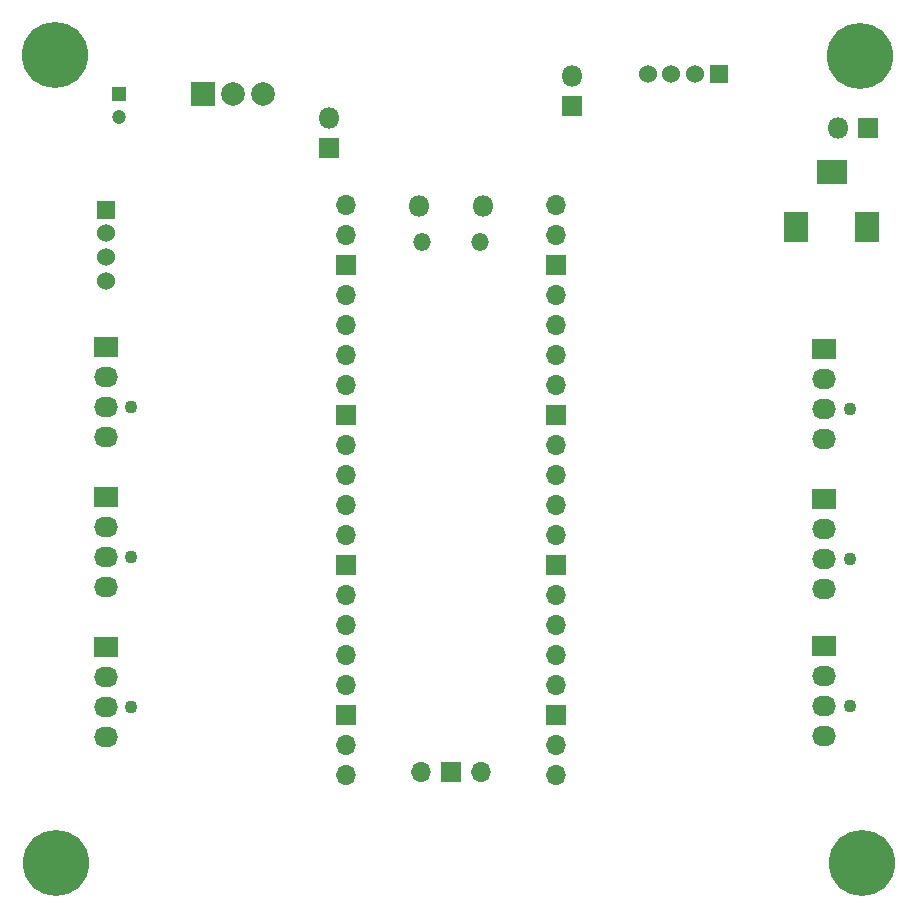
<source format=gbr>
G04 #@! TF.GenerationSoftware,KiCad,Pcbnew,5.1.9*
G04 #@! TF.CreationDate,2021-05-04T19:13:35+02:00*
G04 #@! TF.ProjectId,12v_FAN_Pico,3132765f-4641-44e5-9f50-69636f2e6b69,rev?*
G04 #@! TF.SameCoordinates,Original*
G04 #@! TF.FileFunction,Soldermask,Bot*
G04 #@! TF.FilePolarity,Negative*
%FSLAX46Y46*%
G04 Gerber Fmt 4.6, Leading zero omitted, Abs format (unit mm)*
G04 Created by KiCad (PCBNEW 5.1.9) date 2021-05-04 19:13:35*
%MOMM*%
%LPD*%
G01*
G04 APERTURE LIST*
%ADD10R,1.800000X1.800000*%
%ADD11O,1.800000X1.800000*%
%ADD12C,5.600000*%
%ADD13C,1.100000*%
%ADD14O,2.030000X1.730000*%
%ADD15R,2.030000X1.730000*%
%ADD16C,1.200000*%
%ADD17R,1.200000X1.200000*%
%ADD18R,2.000000X2.600000*%
%ADD19R,2.600000X2.000000*%
%ADD20C,1.524000*%
%ADD21R,1.524000X1.524000*%
%ADD22C,2.000000*%
%ADD23R,2.000000X2.000000*%
%ADD24O,1.700000X1.700000*%
%ADD25R,1.700000X1.700000*%
%ADD26O,1.500000X1.500000*%
G04 APERTURE END LIST*
D10*
X57658000Y-35814000D03*
D11*
X57658000Y-33274000D03*
X78232000Y-29718000D03*
D10*
X78232000Y-32258000D03*
D11*
X100711000Y-34163000D03*
D10*
X103251000Y-34163000D03*
D12*
X102743000Y-96393000D03*
X34544000Y-96393000D03*
X34417000Y-27940000D03*
X102616000Y-28067000D03*
D13*
X101728000Y-83058000D03*
D14*
X99568000Y-85598000D03*
X99568000Y-83058000D03*
X99568000Y-80518000D03*
D15*
X99568000Y-77978000D03*
D16*
X39878000Y-33242000D03*
D17*
X39878000Y-31242000D03*
D13*
X101728000Y-70612000D03*
D14*
X99568000Y-73152000D03*
X99568000Y-70612000D03*
X99568000Y-68072000D03*
D15*
X99568000Y-65532000D03*
D18*
X103203000Y-42545000D03*
X97203000Y-42545000D03*
D19*
X100203000Y-37845000D03*
D13*
X40895000Y-57785000D03*
D14*
X38735000Y-60325000D03*
X38735000Y-57785000D03*
X38735000Y-55245000D03*
D15*
X38735000Y-52705000D03*
D13*
X40895000Y-83185000D03*
D14*
X38735000Y-85725000D03*
X38735000Y-83185000D03*
X38735000Y-80645000D03*
D15*
X38735000Y-78105000D03*
D20*
X84614000Y-29591000D03*
X86614000Y-29591000D03*
X88614000Y-29591000D03*
D21*
X90614000Y-29591000D03*
D13*
X101728000Y-57912000D03*
D14*
X99568000Y-60452000D03*
X99568000Y-57912000D03*
X99568000Y-55372000D03*
D15*
X99568000Y-52832000D03*
D22*
X52070000Y-31242000D03*
X49530000Y-31242000D03*
D23*
X46990000Y-31242000D03*
D24*
X70485000Y-88670000D03*
D25*
X67945000Y-88670000D03*
D24*
X65405000Y-88670000D03*
D26*
X70370000Y-43800000D03*
X65520000Y-43800000D03*
D11*
X70670000Y-40770000D03*
X65220000Y-40770000D03*
D24*
X76835000Y-40640000D03*
X76835000Y-43180000D03*
D25*
X76835000Y-45720000D03*
D24*
X76835000Y-48260000D03*
X76835000Y-50800000D03*
X76835000Y-53340000D03*
X76835000Y-55880000D03*
D25*
X76835000Y-58420000D03*
D24*
X76835000Y-60960000D03*
X76835000Y-63500000D03*
X76835000Y-66040000D03*
X76835000Y-68580000D03*
D25*
X76835000Y-71120000D03*
D24*
X76835000Y-73660000D03*
X76835000Y-76200000D03*
X76835000Y-78740000D03*
X76835000Y-81280000D03*
D25*
X76835000Y-83820000D03*
D24*
X76835000Y-86360000D03*
X76835000Y-88900000D03*
X59055000Y-88900000D03*
X59055000Y-86360000D03*
D25*
X59055000Y-83820000D03*
D24*
X59055000Y-81280000D03*
X59055000Y-78740000D03*
X59055000Y-76200000D03*
X59055000Y-73660000D03*
D25*
X59055000Y-71120000D03*
D24*
X59055000Y-68580000D03*
X59055000Y-66040000D03*
X59055000Y-63500000D03*
X59055000Y-60960000D03*
D25*
X59055000Y-58420000D03*
D24*
X59055000Y-55880000D03*
X59055000Y-53340000D03*
X59055000Y-50800000D03*
X59055000Y-48260000D03*
D25*
X59055000Y-45720000D03*
D24*
X59055000Y-43180000D03*
X59055000Y-40640000D03*
D13*
X40895000Y-70485000D03*
D14*
X38735000Y-73025000D03*
X38735000Y-70485000D03*
X38735000Y-67945000D03*
D15*
X38735000Y-65405000D03*
D20*
X38735000Y-47085000D03*
X38735000Y-45085000D03*
X38735000Y-43085000D03*
D21*
X38735000Y-41085000D03*
M02*

</source>
